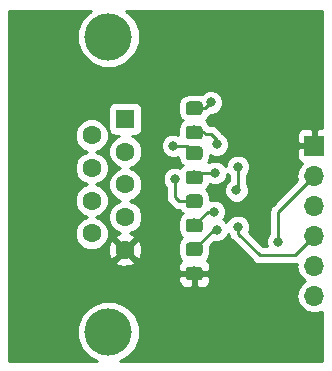
<source format=gbr>
G04 #@! TF.GenerationSoftware,KiCad,Pcbnew,(5.0.2)-1*
G04 #@! TF.CreationDate,2019-09-14T16:49:05-04:00*
G04 #@! TF.ProjectId,RS232_TTL_Male,52533233-325f-4545-944c-5f4d616c652e,rev?*
G04 #@! TF.SameCoordinates,Original*
G04 #@! TF.FileFunction,Copper,L2,Bot*
G04 #@! TF.FilePolarity,Positive*
%FSLAX46Y46*%
G04 Gerber Fmt 4.6, Leading zero omitted, Abs format (unit mm)*
G04 Created by KiCad (PCBNEW (5.0.2)-1) date 9/14/2019 4:49:05 PM*
%MOMM*%
%LPD*%
G01*
G04 APERTURE LIST*
G04 #@! TA.AperFunction,Conductor*
%ADD10C,0.100000*%
G04 #@! TD*
G04 #@! TA.AperFunction,SMDPad,CuDef*
%ADD11C,1.150000*%
G04 #@! TD*
G04 #@! TA.AperFunction,ComponentPad*
%ADD12R,1.700000X1.700000*%
G04 #@! TD*
G04 #@! TA.AperFunction,ComponentPad*
%ADD13O,1.700000X1.700000*%
G04 #@! TD*
G04 #@! TA.AperFunction,ComponentPad*
%ADD14R,1.600000X1.600000*%
G04 #@! TD*
G04 #@! TA.AperFunction,ComponentPad*
%ADD15C,1.600000*%
G04 #@! TD*
G04 #@! TA.AperFunction,ComponentPad*
%ADD16C,4.000000*%
G04 #@! TD*
G04 #@! TA.AperFunction,ViaPad*
%ADD17C,0.800000*%
G04 #@! TD*
G04 #@! TA.AperFunction,Conductor*
%ADD18C,0.250000*%
G04 #@! TD*
G04 #@! TA.AperFunction,Conductor*
%ADD19C,0.254000*%
G04 #@! TD*
G04 APERTURE END LIST*
D10*
G04 #@! TO.N,Net-(C1-Pad1)*
G04 #@! TO.C,C1*
G36*
X16857505Y-12244204D02*
X16881773Y-12247804D01*
X16905572Y-12253765D01*
X16928671Y-12262030D01*
X16950850Y-12272520D01*
X16971893Y-12285132D01*
X16991599Y-12299747D01*
X17009777Y-12316223D01*
X17026253Y-12334401D01*
X17040868Y-12354107D01*
X17053480Y-12375150D01*
X17063970Y-12397329D01*
X17072235Y-12420428D01*
X17078196Y-12444227D01*
X17081796Y-12468495D01*
X17083000Y-12492999D01*
X17083000Y-13143001D01*
X17081796Y-13167505D01*
X17078196Y-13191773D01*
X17072235Y-13215572D01*
X17063970Y-13238671D01*
X17053480Y-13260850D01*
X17040868Y-13281893D01*
X17026253Y-13301599D01*
X17009777Y-13319777D01*
X16991599Y-13336253D01*
X16971893Y-13350868D01*
X16950850Y-13363480D01*
X16928671Y-13373970D01*
X16905572Y-13382235D01*
X16881773Y-13388196D01*
X16857505Y-13391796D01*
X16833001Y-13393000D01*
X15932999Y-13393000D01*
X15908495Y-13391796D01*
X15884227Y-13388196D01*
X15860428Y-13382235D01*
X15837329Y-13373970D01*
X15815150Y-13363480D01*
X15794107Y-13350868D01*
X15774401Y-13336253D01*
X15756223Y-13319777D01*
X15739747Y-13301599D01*
X15725132Y-13281893D01*
X15712520Y-13260850D01*
X15702030Y-13238671D01*
X15693765Y-13215572D01*
X15687804Y-13191773D01*
X15684204Y-13167505D01*
X15683000Y-13143001D01*
X15683000Y-12492999D01*
X15684204Y-12468495D01*
X15687804Y-12444227D01*
X15693765Y-12420428D01*
X15702030Y-12397329D01*
X15712520Y-12375150D01*
X15725132Y-12354107D01*
X15739747Y-12334401D01*
X15756223Y-12316223D01*
X15774401Y-12299747D01*
X15794107Y-12285132D01*
X15815150Y-12272520D01*
X15837329Y-12262030D01*
X15860428Y-12253765D01*
X15884227Y-12247804D01*
X15908495Y-12244204D01*
X15932999Y-12243000D01*
X16833001Y-12243000D01*
X16857505Y-12244204D01*
X16857505Y-12244204D01*
G37*
D11*
G04 #@! TD*
G04 #@! TO.P,C1,1*
G04 #@! TO.N,Net-(C1-Pad1)*
X16383000Y-12818000D03*
D10*
G04 #@! TO.N,Net-(C1-Pad2)*
G04 #@! TO.C,C1*
G36*
X16857505Y-14294204D02*
X16881773Y-14297804D01*
X16905572Y-14303765D01*
X16928671Y-14312030D01*
X16950850Y-14322520D01*
X16971893Y-14335132D01*
X16991599Y-14349747D01*
X17009777Y-14366223D01*
X17026253Y-14384401D01*
X17040868Y-14404107D01*
X17053480Y-14425150D01*
X17063970Y-14447329D01*
X17072235Y-14470428D01*
X17078196Y-14494227D01*
X17081796Y-14518495D01*
X17083000Y-14542999D01*
X17083000Y-15193001D01*
X17081796Y-15217505D01*
X17078196Y-15241773D01*
X17072235Y-15265572D01*
X17063970Y-15288671D01*
X17053480Y-15310850D01*
X17040868Y-15331893D01*
X17026253Y-15351599D01*
X17009777Y-15369777D01*
X16991599Y-15386253D01*
X16971893Y-15400868D01*
X16950850Y-15413480D01*
X16928671Y-15423970D01*
X16905572Y-15432235D01*
X16881773Y-15438196D01*
X16857505Y-15441796D01*
X16833001Y-15443000D01*
X15932999Y-15443000D01*
X15908495Y-15441796D01*
X15884227Y-15438196D01*
X15860428Y-15432235D01*
X15837329Y-15423970D01*
X15815150Y-15413480D01*
X15794107Y-15400868D01*
X15774401Y-15386253D01*
X15756223Y-15369777D01*
X15739747Y-15351599D01*
X15725132Y-15331893D01*
X15712520Y-15310850D01*
X15702030Y-15288671D01*
X15693765Y-15265572D01*
X15687804Y-15241773D01*
X15684204Y-15217505D01*
X15683000Y-15193001D01*
X15683000Y-14542999D01*
X15684204Y-14518495D01*
X15687804Y-14494227D01*
X15693765Y-14470428D01*
X15702030Y-14447329D01*
X15712520Y-14425150D01*
X15725132Y-14404107D01*
X15739747Y-14384401D01*
X15756223Y-14366223D01*
X15774401Y-14349747D01*
X15794107Y-14335132D01*
X15815150Y-14322520D01*
X15837329Y-14312030D01*
X15860428Y-14303765D01*
X15884227Y-14297804D01*
X15908495Y-14294204D01*
X15932999Y-14293000D01*
X16833001Y-14293000D01*
X16857505Y-14294204D01*
X16857505Y-14294204D01*
G37*
D11*
G04 #@! TD*
G04 #@! TO.P,C1,2*
G04 #@! TO.N,Net-(C1-Pad2)*
X16383000Y-14868000D03*
D10*
G04 #@! TO.N,Net-(C2-Pad2)*
G04 #@! TO.C,C2*
G36*
X16857505Y-18358204D02*
X16881773Y-18361804D01*
X16905572Y-18367765D01*
X16928671Y-18376030D01*
X16950850Y-18386520D01*
X16971893Y-18399132D01*
X16991599Y-18413747D01*
X17009777Y-18430223D01*
X17026253Y-18448401D01*
X17040868Y-18468107D01*
X17053480Y-18489150D01*
X17063970Y-18511329D01*
X17072235Y-18534428D01*
X17078196Y-18558227D01*
X17081796Y-18582495D01*
X17083000Y-18606999D01*
X17083000Y-19257001D01*
X17081796Y-19281505D01*
X17078196Y-19305773D01*
X17072235Y-19329572D01*
X17063970Y-19352671D01*
X17053480Y-19374850D01*
X17040868Y-19395893D01*
X17026253Y-19415599D01*
X17009777Y-19433777D01*
X16991599Y-19450253D01*
X16971893Y-19464868D01*
X16950850Y-19477480D01*
X16928671Y-19487970D01*
X16905572Y-19496235D01*
X16881773Y-19502196D01*
X16857505Y-19505796D01*
X16833001Y-19507000D01*
X15932999Y-19507000D01*
X15908495Y-19505796D01*
X15884227Y-19502196D01*
X15860428Y-19496235D01*
X15837329Y-19487970D01*
X15815150Y-19477480D01*
X15794107Y-19464868D01*
X15774401Y-19450253D01*
X15756223Y-19433777D01*
X15739747Y-19415599D01*
X15725132Y-19395893D01*
X15712520Y-19374850D01*
X15702030Y-19352671D01*
X15693765Y-19329572D01*
X15687804Y-19305773D01*
X15684204Y-19281505D01*
X15683000Y-19257001D01*
X15683000Y-18606999D01*
X15684204Y-18582495D01*
X15687804Y-18558227D01*
X15693765Y-18534428D01*
X15702030Y-18511329D01*
X15712520Y-18489150D01*
X15725132Y-18468107D01*
X15739747Y-18448401D01*
X15756223Y-18430223D01*
X15774401Y-18413747D01*
X15794107Y-18399132D01*
X15815150Y-18386520D01*
X15837329Y-18376030D01*
X15860428Y-18367765D01*
X15884227Y-18361804D01*
X15908495Y-18358204D01*
X15932999Y-18357000D01*
X16833001Y-18357000D01*
X16857505Y-18358204D01*
X16857505Y-18358204D01*
G37*
D11*
G04 #@! TD*
G04 #@! TO.P,C2,2*
G04 #@! TO.N,Net-(C2-Pad2)*
X16383000Y-18932000D03*
D10*
G04 #@! TO.N,Net-(C2-Pad1)*
G04 #@! TO.C,C2*
G36*
X16857505Y-16308204D02*
X16881773Y-16311804D01*
X16905572Y-16317765D01*
X16928671Y-16326030D01*
X16950850Y-16336520D01*
X16971893Y-16349132D01*
X16991599Y-16363747D01*
X17009777Y-16380223D01*
X17026253Y-16398401D01*
X17040868Y-16418107D01*
X17053480Y-16439150D01*
X17063970Y-16461329D01*
X17072235Y-16484428D01*
X17078196Y-16508227D01*
X17081796Y-16532495D01*
X17083000Y-16556999D01*
X17083000Y-17207001D01*
X17081796Y-17231505D01*
X17078196Y-17255773D01*
X17072235Y-17279572D01*
X17063970Y-17302671D01*
X17053480Y-17324850D01*
X17040868Y-17345893D01*
X17026253Y-17365599D01*
X17009777Y-17383777D01*
X16991599Y-17400253D01*
X16971893Y-17414868D01*
X16950850Y-17427480D01*
X16928671Y-17437970D01*
X16905572Y-17446235D01*
X16881773Y-17452196D01*
X16857505Y-17455796D01*
X16833001Y-17457000D01*
X15932999Y-17457000D01*
X15908495Y-17455796D01*
X15884227Y-17452196D01*
X15860428Y-17446235D01*
X15837329Y-17437970D01*
X15815150Y-17427480D01*
X15794107Y-17414868D01*
X15774401Y-17400253D01*
X15756223Y-17383777D01*
X15739747Y-17365599D01*
X15725132Y-17345893D01*
X15712520Y-17324850D01*
X15702030Y-17302671D01*
X15693765Y-17279572D01*
X15687804Y-17255773D01*
X15684204Y-17231505D01*
X15683000Y-17207001D01*
X15683000Y-16556999D01*
X15684204Y-16532495D01*
X15687804Y-16508227D01*
X15693765Y-16484428D01*
X15702030Y-16461329D01*
X15712520Y-16439150D01*
X15725132Y-16418107D01*
X15739747Y-16398401D01*
X15756223Y-16380223D01*
X15774401Y-16363747D01*
X15794107Y-16349132D01*
X15815150Y-16336520D01*
X15837329Y-16326030D01*
X15860428Y-16317765D01*
X15884227Y-16311804D01*
X15908495Y-16308204D01*
X15932999Y-16307000D01*
X16833001Y-16307000D01*
X16857505Y-16308204D01*
X16857505Y-16308204D01*
G37*
D11*
G04 #@! TD*
G04 #@! TO.P,C2,1*
G04 #@! TO.N,Net-(C2-Pad1)*
X16383000Y-16882000D03*
D10*
G04 #@! TO.N,/VCC*
G04 #@! TO.C,C3*
G36*
X16857505Y-8434204D02*
X16881773Y-8437804D01*
X16905572Y-8443765D01*
X16928671Y-8452030D01*
X16950850Y-8462520D01*
X16971893Y-8475132D01*
X16991599Y-8489747D01*
X17009777Y-8506223D01*
X17026253Y-8524401D01*
X17040868Y-8544107D01*
X17053480Y-8565150D01*
X17063970Y-8587329D01*
X17072235Y-8610428D01*
X17078196Y-8634227D01*
X17081796Y-8658495D01*
X17083000Y-8682999D01*
X17083000Y-9333001D01*
X17081796Y-9357505D01*
X17078196Y-9381773D01*
X17072235Y-9405572D01*
X17063970Y-9428671D01*
X17053480Y-9450850D01*
X17040868Y-9471893D01*
X17026253Y-9491599D01*
X17009777Y-9509777D01*
X16991599Y-9526253D01*
X16971893Y-9540868D01*
X16950850Y-9553480D01*
X16928671Y-9563970D01*
X16905572Y-9572235D01*
X16881773Y-9578196D01*
X16857505Y-9581796D01*
X16833001Y-9583000D01*
X15932999Y-9583000D01*
X15908495Y-9581796D01*
X15884227Y-9578196D01*
X15860428Y-9572235D01*
X15837329Y-9563970D01*
X15815150Y-9553480D01*
X15794107Y-9540868D01*
X15774401Y-9526253D01*
X15756223Y-9509777D01*
X15739747Y-9491599D01*
X15725132Y-9471893D01*
X15712520Y-9450850D01*
X15702030Y-9428671D01*
X15693765Y-9405572D01*
X15687804Y-9381773D01*
X15684204Y-9357505D01*
X15683000Y-9333001D01*
X15683000Y-8682999D01*
X15684204Y-8658495D01*
X15687804Y-8634227D01*
X15693765Y-8610428D01*
X15702030Y-8587329D01*
X15712520Y-8565150D01*
X15725132Y-8544107D01*
X15739747Y-8524401D01*
X15756223Y-8506223D01*
X15774401Y-8489747D01*
X15794107Y-8475132D01*
X15815150Y-8462520D01*
X15837329Y-8452030D01*
X15860428Y-8443765D01*
X15884227Y-8437804D01*
X15908495Y-8434204D01*
X15932999Y-8433000D01*
X16833001Y-8433000D01*
X16857505Y-8434204D01*
X16857505Y-8434204D01*
G37*
D11*
G04 #@! TD*
G04 #@! TO.P,C3,1*
G04 #@! TO.N,/VCC*
X16383000Y-9008000D03*
D10*
G04 #@! TO.N,Net-(C3-Pad2)*
G04 #@! TO.C,C3*
G36*
X16857505Y-10484204D02*
X16881773Y-10487804D01*
X16905572Y-10493765D01*
X16928671Y-10502030D01*
X16950850Y-10512520D01*
X16971893Y-10525132D01*
X16991599Y-10539747D01*
X17009777Y-10556223D01*
X17026253Y-10574401D01*
X17040868Y-10594107D01*
X17053480Y-10615150D01*
X17063970Y-10637329D01*
X17072235Y-10660428D01*
X17078196Y-10684227D01*
X17081796Y-10708495D01*
X17083000Y-10732999D01*
X17083000Y-11383001D01*
X17081796Y-11407505D01*
X17078196Y-11431773D01*
X17072235Y-11455572D01*
X17063970Y-11478671D01*
X17053480Y-11500850D01*
X17040868Y-11521893D01*
X17026253Y-11541599D01*
X17009777Y-11559777D01*
X16991599Y-11576253D01*
X16971893Y-11590868D01*
X16950850Y-11603480D01*
X16928671Y-11613970D01*
X16905572Y-11622235D01*
X16881773Y-11628196D01*
X16857505Y-11631796D01*
X16833001Y-11633000D01*
X15932999Y-11633000D01*
X15908495Y-11631796D01*
X15884227Y-11628196D01*
X15860428Y-11622235D01*
X15837329Y-11613970D01*
X15815150Y-11603480D01*
X15794107Y-11590868D01*
X15774401Y-11576253D01*
X15756223Y-11559777D01*
X15739747Y-11541599D01*
X15725132Y-11521893D01*
X15712520Y-11500850D01*
X15702030Y-11478671D01*
X15693765Y-11455572D01*
X15687804Y-11431773D01*
X15684204Y-11407505D01*
X15683000Y-11383001D01*
X15683000Y-10732999D01*
X15684204Y-10708495D01*
X15687804Y-10684227D01*
X15693765Y-10660428D01*
X15702030Y-10637329D01*
X15712520Y-10615150D01*
X15725132Y-10594107D01*
X15739747Y-10574401D01*
X15756223Y-10556223D01*
X15774401Y-10539747D01*
X15794107Y-10525132D01*
X15815150Y-10512520D01*
X15837329Y-10502030D01*
X15860428Y-10493765D01*
X15884227Y-10487804D01*
X15908495Y-10484204D01*
X15932999Y-10483000D01*
X16833001Y-10483000D01*
X16857505Y-10484204D01*
X16857505Y-10484204D01*
G37*
D11*
G04 #@! TD*
G04 #@! TO.P,C3,2*
G04 #@! TO.N,Net-(C3-Pad2)*
X16383000Y-11058000D03*
D10*
G04 #@! TO.N,Net-(C4-Pad2)*
G04 #@! TO.C,C4*
G36*
X16857505Y-20372204D02*
X16881773Y-20375804D01*
X16905572Y-20381765D01*
X16928671Y-20390030D01*
X16950850Y-20400520D01*
X16971893Y-20413132D01*
X16991599Y-20427747D01*
X17009777Y-20444223D01*
X17026253Y-20462401D01*
X17040868Y-20482107D01*
X17053480Y-20503150D01*
X17063970Y-20525329D01*
X17072235Y-20548428D01*
X17078196Y-20572227D01*
X17081796Y-20596495D01*
X17083000Y-20620999D01*
X17083000Y-21271001D01*
X17081796Y-21295505D01*
X17078196Y-21319773D01*
X17072235Y-21343572D01*
X17063970Y-21366671D01*
X17053480Y-21388850D01*
X17040868Y-21409893D01*
X17026253Y-21429599D01*
X17009777Y-21447777D01*
X16991599Y-21464253D01*
X16971893Y-21478868D01*
X16950850Y-21491480D01*
X16928671Y-21501970D01*
X16905572Y-21510235D01*
X16881773Y-21516196D01*
X16857505Y-21519796D01*
X16833001Y-21521000D01*
X15932999Y-21521000D01*
X15908495Y-21519796D01*
X15884227Y-21516196D01*
X15860428Y-21510235D01*
X15837329Y-21501970D01*
X15815150Y-21491480D01*
X15794107Y-21478868D01*
X15774401Y-21464253D01*
X15756223Y-21447777D01*
X15739747Y-21429599D01*
X15725132Y-21409893D01*
X15712520Y-21388850D01*
X15702030Y-21366671D01*
X15693765Y-21343572D01*
X15687804Y-21319773D01*
X15684204Y-21295505D01*
X15683000Y-21271001D01*
X15683000Y-20620999D01*
X15684204Y-20596495D01*
X15687804Y-20572227D01*
X15693765Y-20548428D01*
X15702030Y-20525329D01*
X15712520Y-20503150D01*
X15725132Y-20482107D01*
X15739747Y-20462401D01*
X15756223Y-20444223D01*
X15774401Y-20427747D01*
X15794107Y-20413132D01*
X15815150Y-20400520D01*
X15837329Y-20390030D01*
X15860428Y-20381765D01*
X15884227Y-20375804D01*
X15908495Y-20372204D01*
X15932999Y-20371000D01*
X16833001Y-20371000D01*
X16857505Y-20372204D01*
X16857505Y-20372204D01*
G37*
D11*
G04 #@! TD*
G04 #@! TO.P,C4,2*
G04 #@! TO.N,Net-(C4-Pad2)*
X16383000Y-20946000D03*
D10*
G04 #@! TO.N,GND*
G04 #@! TO.C,C4*
G36*
X16857505Y-22422204D02*
X16881773Y-22425804D01*
X16905572Y-22431765D01*
X16928671Y-22440030D01*
X16950850Y-22450520D01*
X16971893Y-22463132D01*
X16991599Y-22477747D01*
X17009777Y-22494223D01*
X17026253Y-22512401D01*
X17040868Y-22532107D01*
X17053480Y-22553150D01*
X17063970Y-22575329D01*
X17072235Y-22598428D01*
X17078196Y-22622227D01*
X17081796Y-22646495D01*
X17083000Y-22670999D01*
X17083000Y-23321001D01*
X17081796Y-23345505D01*
X17078196Y-23369773D01*
X17072235Y-23393572D01*
X17063970Y-23416671D01*
X17053480Y-23438850D01*
X17040868Y-23459893D01*
X17026253Y-23479599D01*
X17009777Y-23497777D01*
X16991599Y-23514253D01*
X16971893Y-23528868D01*
X16950850Y-23541480D01*
X16928671Y-23551970D01*
X16905572Y-23560235D01*
X16881773Y-23566196D01*
X16857505Y-23569796D01*
X16833001Y-23571000D01*
X15932999Y-23571000D01*
X15908495Y-23569796D01*
X15884227Y-23566196D01*
X15860428Y-23560235D01*
X15837329Y-23551970D01*
X15815150Y-23541480D01*
X15794107Y-23528868D01*
X15774401Y-23514253D01*
X15756223Y-23497777D01*
X15739747Y-23479599D01*
X15725132Y-23459893D01*
X15712520Y-23438850D01*
X15702030Y-23416671D01*
X15693765Y-23393572D01*
X15687804Y-23369773D01*
X15684204Y-23345505D01*
X15683000Y-23321001D01*
X15683000Y-22670999D01*
X15684204Y-22646495D01*
X15687804Y-22622227D01*
X15693765Y-22598428D01*
X15702030Y-22575329D01*
X15712520Y-22553150D01*
X15725132Y-22532107D01*
X15739747Y-22512401D01*
X15756223Y-22494223D01*
X15774401Y-22477747D01*
X15794107Y-22463132D01*
X15815150Y-22450520D01*
X15837329Y-22440030D01*
X15860428Y-22431765D01*
X15884227Y-22425804D01*
X15908495Y-22422204D01*
X15932999Y-22421000D01*
X16833001Y-22421000D01*
X16857505Y-22422204D01*
X16857505Y-22422204D01*
G37*
D11*
G04 #@! TD*
G04 #@! TO.P,C4,1*
G04 #@! TO.N,GND*
X16383000Y-22996000D03*
D12*
G04 #@! TO.P,H1,1*
G04 #@! TO.N,GND*
X26543000Y-12192000D03*
D13*
G04 #@! TO.P,H1,2*
G04 #@! TO.N,Net-(H1-Pad2)*
X26543000Y-14732000D03*
G04 #@! TO.P,H1,3*
G04 #@! TO.N,/VCC*
X26543000Y-17272000D03*
G04 #@! TO.P,H1,4*
G04 #@! TO.N,Net-(H1-Pad4)*
X26543000Y-19812000D03*
G04 #@! TO.P,H1,5*
G04 #@! TO.N,Net-(H1-Pad5)*
X26543000Y-22352000D03*
G04 #@! TO.P,H1,6*
G04 #@! TO.N,Net-(H1-Pad6)*
X26543000Y-24892000D03*
G04 #@! TD*
D14*
G04 #@! TO.P,J1,1*
G04 #@! TO.N,N/C*
X10541000Y-9906000D03*
D15*
G04 #@! TO.P,J1,2*
G04 #@! TO.N,Net-(J1-Pad2)*
X10541000Y-12676000D03*
G04 #@! TO.P,J1,3*
G04 #@! TO.N,Net-(J1-Pad3)*
X10541000Y-15446000D03*
G04 #@! TO.P,J1,4*
G04 #@! TO.N,N/C*
X10541000Y-18216000D03*
G04 #@! TO.P,J1,5*
G04 #@! TO.N,GND*
X10541000Y-20986000D03*
G04 #@! TO.P,J1,6*
G04 #@! TO.N,N/C*
X7701000Y-11291000D03*
G04 #@! TO.P,J1,7*
G04 #@! TO.N,Net-(J1-Pad7)*
X7701000Y-14061000D03*
G04 #@! TO.P,J1,8*
G04 #@! TO.N,Net-(J1-Pad8)*
X7701000Y-16831000D03*
G04 #@! TO.P,J1,9*
G04 #@! TO.N,N/C*
X7701000Y-19601000D03*
D16*
G04 #@! TO.P,J1,0*
G04 #@! TO.N,Net-(J1-Pad0)*
X9121000Y-2946000D03*
X9121000Y-27946000D03*
G04 #@! TD*
D17*
G04 #@! TO.N,Net-(C1-Pad1)*
X14605000Y-12192000D03*
G04 #@! TO.N,Net-(C1-Pad2)*
X18161000Y-14478000D03*
G04 #@! TO.N,Net-(C2-Pad2)*
X18034000Y-17780000D03*
G04 #@! TO.N,Net-(C2-Pad1)*
X14732000Y-14986000D03*
G04 #@! TO.N,GND*
X23241000Y-12573000D03*
G04 #@! TO.N,Net-(C3-Pad2)*
X18288000Y-12065000D03*
G04 #@! TO.N,Net-(C4-Pad2)*
X18288000Y-19304000D03*
G04 #@! TO.N,Net-(J1-Pad3)*
X19959955Y-15965000D03*
X20066000Y-13970000D03*
G04 #@! TO.N,/VCC*
X17780000Y-8509000D03*
G04 #@! TO.N,Net-(H1-Pad2)*
X23495000Y-20320000D03*
G04 #@! TO.N,Net-(H1-Pad4)*
X20066000Y-19050000D03*
G04 #@! TD*
D18*
G04 #@! TO.N,Net-(C1-Pad1)*
X15757000Y-12192000D02*
X16383000Y-12818000D01*
X14605000Y-12192000D02*
X15757000Y-12192000D01*
G04 #@! TO.N,Net-(C1-Pad2)*
X16773000Y-14478000D02*
X16383000Y-14868000D01*
X18161000Y-14478000D02*
X16773000Y-14478000D01*
G04 #@! TO.N,Net-(C2-Pad2)*
X17535000Y-17780000D02*
X16383000Y-18932000D01*
X18034000Y-17780000D02*
X17535000Y-17780000D01*
G04 #@! TO.N,Net-(C2-Pad1)*
X14732000Y-14986000D02*
X14732000Y-16510000D01*
X15104000Y-16882000D02*
X16383000Y-16882000D01*
X14732000Y-16510000D02*
X15104000Y-16882000D01*
G04 #@! TO.N,Net-(C3-Pad2)*
X17183000Y-11058000D02*
X17301000Y-11176000D01*
X16383000Y-11058000D02*
X17183000Y-11058000D01*
X17301000Y-11176000D02*
X17780000Y-11176000D01*
X17780000Y-11176000D02*
X18288000Y-11684000D01*
X18288000Y-11684000D02*
X18288000Y-12065000D01*
G04 #@! TO.N,Net-(C4-Pad2)*
X18025000Y-19304000D02*
X18288000Y-19304000D01*
X16383000Y-20946000D02*
X18025000Y-19304000D01*
G04 #@! TO.N,Net-(J1-Pad3)*
X20066000Y-13970000D02*
X20066000Y-15858955D01*
X20066000Y-15858955D02*
X19959955Y-15965000D01*
G04 #@! TO.N,/VCC*
X16383000Y-9008000D02*
X17281000Y-9008000D01*
X17281000Y-9008000D02*
X17780000Y-8509000D01*
G04 #@! TO.N,Net-(H1-Pad2)*
X23495000Y-17780000D02*
X26543000Y-14732000D01*
X23495000Y-20320000D02*
X23495000Y-17780000D01*
G04 #@! TO.N,Net-(H1-Pad4)*
X20066000Y-19615685D02*
X21913315Y-21463000D01*
X20066000Y-19050000D02*
X20066000Y-19615685D01*
X24892000Y-21463000D02*
X26543000Y-19812000D01*
X21913315Y-21463000D02*
X24892000Y-21463000D01*
G04 #@! TD*
D19*
G04 #@! TO.N,GND*
G36*
X6887155Y-1453392D02*
X6486000Y-2421866D01*
X6486000Y-3470134D01*
X6887155Y-4438608D01*
X7628392Y-5179845D01*
X8596866Y-5581000D01*
X9645134Y-5581000D01*
X10613608Y-5179845D01*
X11354845Y-4438608D01*
X11756000Y-3470134D01*
X11756000Y-2421866D01*
X11354845Y-1453392D01*
X10636453Y-735000D01*
X27205000Y-735000D01*
X27205000Y-10707000D01*
X26828750Y-10707000D01*
X26670000Y-10865750D01*
X26670000Y-12065000D01*
X26690000Y-12065000D01*
X26690000Y-12319000D01*
X26670000Y-12319000D01*
X26670000Y-12339000D01*
X26416000Y-12339000D01*
X26416000Y-12319000D01*
X25216750Y-12319000D01*
X25058000Y-12477750D01*
X25058000Y-13168310D01*
X25154673Y-13401699D01*
X25333302Y-13580327D01*
X25494033Y-13646904D01*
X25472375Y-13661375D01*
X25144161Y-14152582D01*
X25028908Y-14732000D01*
X25101791Y-15098408D01*
X23010528Y-17189671D01*
X22947072Y-17232071D01*
X22904672Y-17295527D01*
X22904671Y-17295528D01*
X22779097Y-17483463D01*
X22720112Y-17780000D01*
X22735001Y-17854852D01*
X22735000Y-19616289D01*
X22617569Y-19733720D01*
X22460000Y-20114126D01*
X22460000Y-20525874D01*
X22533368Y-20703000D01*
X22228117Y-20703000D01*
X21007271Y-19482155D01*
X21101000Y-19255874D01*
X21101000Y-18844126D01*
X20943431Y-18463720D01*
X20652280Y-18172569D01*
X20271874Y-18015000D01*
X19860126Y-18015000D01*
X19479720Y-18172569D01*
X19188569Y-18463720D01*
X19107397Y-18659686D01*
X18874280Y-18426569D01*
X18857919Y-18419792D01*
X18911431Y-18366280D01*
X19069000Y-17985874D01*
X19069000Y-17574126D01*
X18911431Y-17193720D01*
X18620280Y-16902569D01*
X18239874Y-16745000D01*
X17828126Y-16745000D01*
X17730440Y-16785463D01*
X17730440Y-16556999D01*
X17662127Y-16213564D01*
X17467586Y-15922414D01*
X17396626Y-15875000D01*
X17467586Y-15827586D01*
X17662127Y-15536436D01*
X17688737Y-15402658D01*
X17955126Y-15513000D01*
X18366874Y-15513000D01*
X18747280Y-15355431D01*
X19038431Y-15064280D01*
X19196000Y-14683874D01*
X19196000Y-14563711D01*
X19306000Y-14673711D01*
X19306001Y-15155243D01*
X19082524Y-15378720D01*
X18924955Y-15759126D01*
X18924955Y-16170874D01*
X19082524Y-16551280D01*
X19373675Y-16842431D01*
X19754081Y-17000000D01*
X20165829Y-17000000D01*
X20546235Y-16842431D01*
X20837386Y-16551280D01*
X20994955Y-16170874D01*
X20994955Y-15759126D01*
X20837386Y-15378720D01*
X20826000Y-15367334D01*
X20826000Y-14673711D01*
X20943431Y-14556280D01*
X21101000Y-14175874D01*
X21101000Y-13764126D01*
X20943431Y-13383720D01*
X20652280Y-13092569D01*
X20271874Y-12935000D01*
X19860126Y-12935000D01*
X19479720Y-13092569D01*
X19188569Y-13383720D01*
X19031000Y-13764126D01*
X19031000Y-13884289D01*
X18747280Y-13600569D01*
X18366874Y-13443000D01*
X17955126Y-13443000D01*
X17590131Y-13594186D01*
X17662127Y-13486436D01*
X17730440Y-13143001D01*
X17730440Y-12954327D01*
X18082126Y-13100000D01*
X18493874Y-13100000D01*
X18874280Y-12942431D01*
X19165431Y-12651280D01*
X19323000Y-12270874D01*
X19323000Y-11859126D01*
X19165431Y-11478720D01*
X18902401Y-11215690D01*
X25058000Y-11215690D01*
X25058000Y-11906250D01*
X25216750Y-12065000D01*
X26416000Y-12065000D01*
X26416000Y-10865750D01*
X26257250Y-10707000D01*
X25566691Y-10707000D01*
X25333302Y-10803673D01*
X25154673Y-10982301D01*
X25058000Y-11215690D01*
X18902401Y-11215690D01*
X18874280Y-11187569D01*
X18868831Y-11185312D01*
X18835929Y-11136071D01*
X18772475Y-11093673D01*
X18370330Y-10691529D01*
X18327929Y-10628071D01*
X18076537Y-10460096D01*
X17854852Y-10416000D01*
X17854847Y-10416000D01*
X17780000Y-10401112D01*
X17705153Y-10416000D01*
X17667385Y-10416000D01*
X17662127Y-10389564D01*
X17467586Y-10098414D01*
X17369687Y-10033000D01*
X17467586Y-9967586D01*
X17662127Y-9676436D01*
X17664204Y-9665995D01*
X17828929Y-9555929D01*
X17836900Y-9544000D01*
X17985874Y-9544000D01*
X18366280Y-9386431D01*
X18657431Y-9095280D01*
X18815000Y-8714874D01*
X18815000Y-8303126D01*
X18657431Y-7922720D01*
X18366280Y-7631569D01*
X17985874Y-7474000D01*
X17574126Y-7474000D01*
X17193720Y-7631569D01*
X17005431Y-7819858D01*
X16833001Y-7785560D01*
X15932999Y-7785560D01*
X15589564Y-7853873D01*
X15298414Y-8048414D01*
X15103873Y-8339564D01*
X15035560Y-8682999D01*
X15035560Y-9333001D01*
X15103873Y-9676436D01*
X15298414Y-9967586D01*
X15396313Y-10033000D01*
X15298414Y-10098414D01*
X15103873Y-10389564D01*
X15035560Y-10732999D01*
X15035560Y-11250068D01*
X14810874Y-11157000D01*
X14399126Y-11157000D01*
X14018720Y-11314569D01*
X13727569Y-11605720D01*
X13570000Y-11986126D01*
X13570000Y-12397874D01*
X13727569Y-12778280D01*
X14018720Y-13069431D01*
X14399126Y-13227000D01*
X14810874Y-13227000D01*
X15035560Y-13133932D01*
X15035560Y-13143001D01*
X15103873Y-13486436D01*
X15298414Y-13777586D01*
X15396313Y-13843000D01*
X15298414Y-13908414D01*
X15197972Y-14058736D01*
X14937874Y-13951000D01*
X14526126Y-13951000D01*
X14145720Y-14108569D01*
X13854569Y-14399720D01*
X13697000Y-14780126D01*
X13697000Y-15191874D01*
X13854569Y-15572280D01*
X13972000Y-15689711D01*
X13972001Y-16435149D01*
X13957112Y-16510000D01*
X13972001Y-16584852D01*
X14011017Y-16781000D01*
X14016097Y-16806537D01*
X14080264Y-16902569D01*
X14184072Y-17057929D01*
X14247527Y-17100329D01*
X14513671Y-17366472D01*
X14556071Y-17429929D01*
X14807463Y-17597904D01*
X15029148Y-17642000D01*
X15029152Y-17642000D01*
X15103999Y-17656888D01*
X15166672Y-17644421D01*
X15298414Y-17841586D01*
X15396313Y-17907000D01*
X15298414Y-17972414D01*
X15103873Y-18263564D01*
X15035560Y-18606999D01*
X15035560Y-19257001D01*
X15103873Y-19600436D01*
X15298414Y-19891586D01*
X15369374Y-19939000D01*
X15298414Y-19986414D01*
X15103873Y-20277564D01*
X15035560Y-20620999D01*
X15035560Y-21271001D01*
X15103873Y-21614436D01*
X15298414Y-21905586D01*
X15299597Y-21906377D01*
X15144673Y-22061302D01*
X15048000Y-22294691D01*
X15048000Y-22710250D01*
X15206750Y-22869000D01*
X16256000Y-22869000D01*
X16256000Y-22849000D01*
X16510000Y-22849000D01*
X16510000Y-22869000D01*
X17559250Y-22869000D01*
X17718000Y-22710250D01*
X17718000Y-22294691D01*
X17621327Y-22061302D01*
X17466403Y-21906377D01*
X17467586Y-21905586D01*
X17662127Y-21614436D01*
X17730440Y-21271001D01*
X17730440Y-20673361D01*
X18069876Y-20333926D01*
X18082126Y-20339000D01*
X18493874Y-20339000D01*
X18874280Y-20181431D01*
X19165431Y-19890280D01*
X19246603Y-19694314D01*
X19321686Y-19769397D01*
X19350096Y-19912222D01*
X19518072Y-20163614D01*
X19581528Y-20206014D01*
X21322986Y-21947473D01*
X21365386Y-22010929D01*
X21616778Y-22178904D01*
X21838463Y-22223000D01*
X21838468Y-22223000D01*
X21913315Y-22237888D01*
X21988162Y-22223000D01*
X24817153Y-22223000D01*
X24892000Y-22237888D01*
X24966847Y-22223000D01*
X24966852Y-22223000D01*
X25058181Y-22204833D01*
X25028908Y-22352000D01*
X25144161Y-22931418D01*
X25472375Y-23422625D01*
X25770761Y-23622000D01*
X25472375Y-23821375D01*
X25144161Y-24312582D01*
X25028908Y-24892000D01*
X25144161Y-25471418D01*
X25472375Y-25962625D01*
X25963582Y-26290839D01*
X26396744Y-26377000D01*
X26689256Y-26377000D01*
X27122418Y-26290839D01*
X27205001Y-26235659D01*
X27205001Y-30380000D01*
X10130391Y-30380000D01*
X10613608Y-30179845D01*
X11354845Y-29438608D01*
X11756000Y-28470134D01*
X11756000Y-27421866D01*
X11354845Y-26453392D01*
X10613608Y-25712155D01*
X9645134Y-25311000D01*
X8596866Y-25311000D01*
X7628392Y-25712155D01*
X6887155Y-26453392D01*
X6486000Y-27421866D01*
X6486000Y-28470134D01*
X6887155Y-29438608D01*
X7628392Y-30179845D01*
X8111609Y-30380000D01*
X735000Y-30380000D01*
X735000Y-23281750D01*
X15048000Y-23281750D01*
X15048000Y-23697309D01*
X15144673Y-23930698D01*
X15323301Y-24109327D01*
X15556690Y-24206000D01*
X16097250Y-24206000D01*
X16256000Y-24047250D01*
X16256000Y-23123000D01*
X16510000Y-23123000D01*
X16510000Y-24047250D01*
X16668750Y-24206000D01*
X17209310Y-24206000D01*
X17442699Y-24109327D01*
X17621327Y-23930698D01*
X17718000Y-23697309D01*
X17718000Y-23281750D01*
X17559250Y-23123000D01*
X16510000Y-23123000D01*
X16256000Y-23123000D01*
X15206750Y-23123000D01*
X15048000Y-23281750D01*
X735000Y-23281750D01*
X735000Y-21993745D01*
X9712861Y-21993745D01*
X9786995Y-22239864D01*
X10324223Y-22432965D01*
X10894454Y-22405778D01*
X11295005Y-22239864D01*
X11369139Y-21993745D01*
X10541000Y-21165605D01*
X9712861Y-21993745D01*
X735000Y-21993745D01*
X735000Y-11005561D01*
X6266000Y-11005561D01*
X6266000Y-11576439D01*
X6484466Y-12103862D01*
X6888138Y-12507534D01*
X7294850Y-12676000D01*
X6888138Y-12844466D01*
X6484466Y-13248138D01*
X6266000Y-13775561D01*
X6266000Y-14346439D01*
X6484466Y-14873862D01*
X6888138Y-15277534D01*
X7294850Y-15446000D01*
X6888138Y-15614466D01*
X6484466Y-16018138D01*
X6266000Y-16545561D01*
X6266000Y-17116439D01*
X6484466Y-17643862D01*
X6888138Y-18047534D01*
X7294850Y-18216000D01*
X6888138Y-18384466D01*
X6484466Y-18788138D01*
X6266000Y-19315561D01*
X6266000Y-19886439D01*
X6484466Y-20413862D01*
X6888138Y-20817534D01*
X7415561Y-21036000D01*
X7986439Y-21036000D01*
X8513862Y-20817534D01*
X8562173Y-20769223D01*
X9094035Y-20769223D01*
X9121222Y-21339454D01*
X9287136Y-21740005D01*
X9533255Y-21814139D01*
X10361395Y-20986000D01*
X10720605Y-20986000D01*
X11548745Y-21814139D01*
X11794864Y-21740005D01*
X11987965Y-21202777D01*
X11960778Y-20632546D01*
X11794864Y-20231995D01*
X11548745Y-20157861D01*
X10720605Y-20986000D01*
X10361395Y-20986000D01*
X9533255Y-20157861D01*
X9287136Y-20231995D01*
X9094035Y-20769223D01*
X8562173Y-20769223D01*
X8917534Y-20413862D01*
X9136000Y-19886439D01*
X9136000Y-19315561D01*
X8917534Y-18788138D01*
X8513862Y-18384466D01*
X8107150Y-18216000D01*
X8513862Y-18047534D01*
X8917534Y-17643862D01*
X9136000Y-17116439D01*
X9136000Y-16545561D01*
X8917534Y-16018138D01*
X8513862Y-15614466D01*
X8107150Y-15446000D01*
X8513862Y-15277534D01*
X8917534Y-14873862D01*
X9136000Y-14346439D01*
X9136000Y-13775561D01*
X8917534Y-13248138D01*
X8513862Y-12844466D01*
X8107150Y-12676000D01*
X8513862Y-12507534D01*
X8917534Y-12103862D01*
X9136000Y-11576439D01*
X9136000Y-11005561D01*
X8917534Y-10478138D01*
X8513862Y-10074466D01*
X7986439Y-9856000D01*
X7415561Y-9856000D01*
X6888138Y-10074466D01*
X6484466Y-10478138D01*
X6266000Y-11005561D01*
X735000Y-11005561D01*
X735000Y-9106000D01*
X9093560Y-9106000D01*
X9093560Y-10706000D01*
X9142843Y-10953765D01*
X9283191Y-11163809D01*
X9493235Y-11304157D01*
X9741000Y-11353440D01*
X9984107Y-11353440D01*
X9728138Y-11459466D01*
X9324466Y-11863138D01*
X9106000Y-12390561D01*
X9106000Y-12961439D01*
X9324466Y-13488862D01*
X9728138Y-13892534D01*
X10134850Y-14061000D01*
X9728138Y-14229466D01*
X9324466Y-14633138D01*
X9106000Y-15160561D01*
X9106000Y-15731439D01*
X9324466Y-16258862D01*
X9728138Y-16662534D01*
X10134850Y-16831000D01*
X9728138Y-16999466D01*
X9324466Y-17403138D01*
X9106000Y-17930561D01*
X9106000Y-18501439D01*
X9324466Y-19028862D01*
X9728138Y-19432534D01*
X10119218Y-19594525D01*
X9786995Y-19732136D01*
X9712861Y-19978255D01*
X10541000Y-20806395D01*
X11369139Y-19978255D01*
X11295005Y-19732136D01*
X10939261Y-19604268D01*
X11353862Y-19432534D01*
X11757534Y-19028862D01*
X11976000Y-18501439D01*
X11976000Y-17930561D01*
X11757534Y-17403138D01*
X11353862Y-16999466D01*
X10947150Y-16831000D01*
X11353862Y-16662534D01*
X11757534Y-16258862D01*
X11976000Y-15731439D01*
X11976000Y-15160561D01*
X11757534Y-14633138D01*
X11353862Y-14229466D01*
X10947150Y-14061000D01*
X11353862Y-13892534D01*
X11757534Y-13488862D01*
X11976000Y-12961439D01*
X11976000Y-12390561D01*
X11757534Y-11863138D01*
X11353862Y-11459466D01*
X11097893Y-11353440D01*
X11341000Y-11353440D01*
X11588765Y-11304157D01*
X11798809Y-11163809D01*
X11939157Y-10953765D01*
X11988440Y-10706000D01*
X11988440Y-9106000D01*
X11939157Y-8858235D01*
X11798809Y-8648191D01*
X11588765Y-8507843D01*
X11341000Y-8458560D01*
X9741000Y-8458560D01*
X9493235Y-8507843D01*
X9283191Y-8648191D01*
X9142843Y-8858235D01*
X9093560Y-9106000D01*
X735000Y-9106000D01*
X735000Y-735000D01*
X7605547Y-735000D01*
X6887155Y-1453392D01*
X6887155Y-1453392D01*
G37*
X6887155Y-1453392D02*
X6486000Y-2421866D01*
X6486000Y-3470134D01*
X6887155Y-4438608D01*
X7628392Y-5179845D01*
X8596866Y-5581000D01*
X9645134Y-5581000D01*
X10613608Y-5179845D01*
X11354845Y-4438608D01*
X11756000Y-3470134D01*
X11756000Y-2421866D01*
X11354845Y-1453392D01*
X10636453Y-735000D01*
X27205000Y-735000D01*
X27205000Y-10707000D01*
X26828750Y-10707000D01*
X26670000Y-10865750D01*
X26670000Y-12065000D01*
X26690000Y-12065000D01*
X26690000Y-12319000D01*
X26670000Y-12319000D01*
X26670000Y-12339000D01*
X26416000Y-12339000D01*
X26416000Y-12319000D01*
X25216750Y-12319000D01*
X25058000Y-12477750D01*
X25058000Y-13168310D01*
X25154673Y-13401699D01*
X25333302Y-13580327D01*
X25494033Y-13646904D01*
X25472375Y-13661375D01*
X25144161Y-14152582D01*
X25028908Y-14732000D01*
X25101791Y-15098408D01*
X23010528Y-17189671D01*
X22947072Y-17232071D01*
X22904672Y-17295527D01*
X22904671Y-17295528D01*
X22779097Y-17483463D01*
X22720112Y-17780000D01*
X22735001Y-17854852D01*
X22735000Y-19616289D01*
X22617569Y-19733720D01*
X22460000Y-20114126D01*
X22460000Y-20525874D01*
X22533368Y-20703000D01*
X22228117Y-20703000D01*
X21007271Y-19482155D01*
X21101000Y-19255874D01*
X21101000Y-18844126D01*
X20943431Y-18463720D01*
X20652280Y-18172569D01*
X20271874Y-18015000D01*
X19860126Y-18015000D01*
X19479720Y-18172569D01*
X19188569Y-18463720D01*
X19107397Y-18659686D01*
X18874280Y-18426569D01*
X18857919Y-18419792D01*
X18911431Y-18366280D01*
X19069000Y-17985874D01*
X19069000Y-17574126D01*
X18911431Y-17193720D01*
X18620280Y-16902569D01*
X18239874Y-16745000D01*
X17828126Y-16745000D01*
X17730440Y-16785463D01*
X17730440Y-16556999D01*
X17662127Y-16213564D01*
X17467586Y-15922414D01*
X17396626Y-15875000D01*
X17467586Y-15827586D01*
X17662127Y-15536436D01*
X17688737Y-15402658D01*
X17955126Y-15513000D01*
X18366874Y-15513000D01*
X18747280Y-15355431D01*
X19038431Y-15064280D01*
X19196000Y-14683874D01*
X19196000Y-14563711D01*
X19306000Y-14673711D01*
X19306001Y-15155243D01*
X19082524Y-15378720D01*
X18924955Y-15759126D01*
X18924955Y-16170874D01*
X19082524Y-16551280D01*
X19373675Y-16842431D01*
X19754081Y-17000000D01*
X20165829Y-17000000D01*
X20546235Y-16842431D01*
X20837386Y-16551280D01*
X20994955Y-16170874D01*
X20994955Y-15759126D01*
X20837386Y-15378720D01*
X20826000Y-15367334D01*
X20826000Y-14673711D01*
X20943431Y-14556280D01*
X21101000Y-14175874D01*
X21101000Y-13764126D01*
X20943431Y-13383720D01*
X20652280Y-13092569D01*
X20271874Y-12935000D01*
X19860126Y-12935000D01*
X19479720Y-13092569D01*
X19188569Y-13383720D01*
X19031000Y-13764126D01*
X19031000Y-13884289D01*
X18747280Y-13600569D01*
X18366874Y-13443000D01*
X17955126Y-13443000D01*
X17590131Y-13594186D01*
X17662127Y-13486436D01*
X17730440Y-13143001D01*
X17730440Y-12954327D01*
X18082126Y-13100000D01*
X18493874Y-13100000D01*
X18874280Y-12942431D01*
X19165431Y-12651280D01*
X19323000Y-12270874D01*
X19323000Y-11859126D01*
X19165431Y-11478720D01*
X18902401Y-11215690D01*
X25058000Y-11215690D01*
X25058000Y-11906250D01*
X25216750Y-12065000D01*
X26416000Y-12065000D01*
X26416000Y-10865750D01*
X26257250Y-10707000D01*
X25566691Y-10707000D01*
X25333302Y-10803673D01*
X25154673Y-10982301D01*
X25058000Y-11215690D01*
X18902401Y-11215690D01*
X18874280Y-11187569D01*
X18868831Y-11185312D01*
X18835929Y-11136071D01*
X18772475Y-11093673D01*
X18370330Y-10691529D01*
X18327929Y-10628071D01*
X18076537Y-10460096D01*
X17854852Y-10416000D01*
X17854847Y-10416000D01*
X17780000Y-10401112D01*
X17705153Y-10416000D01*
X17667385Y-10416000D01*
X17662127Y-10389564D01*
X17467586Y-10098414D01*
X17369687Y-10033000D01*
X17467586Y-9967586D01*
X17662127Y-9676436D01*
X17664204Y-9665995D01*
X17828929Y-9555929D01*
X17836900Y-9544000D01*
X17985874Y-9544000D01*
X18366280Y-9386431D01*
X18657431Y-9095280D01*
X18815000Y-8714874D01*
X18815000Y-8303126D01*
X18657431Y-7922720D01*
X18366280Y-7631569D01*
X17985874Y-7474000D01*
X17574126Y-7474000D01*
X17193720Y-7631569D01*
X17005431Y-7819858D01*
X16833001Y-7785560D01*
X15932999Y-7785560D01*
X15589564Y-7853873D01*
X15298414Y-8048414D01*
X15103873Y-8339564D01*
X15035560Y-8682999D01*
X15035560Y-9333001D01*
X15103873Y-9676436D01*
X15298414Y-9967586D01*
X15396313Y-10033000D01*
X15298414Y-10098414D01*
X15103873Y-10389564D01*
X15035560Y-10732999D01*
X15035560Y-11250068D01*
X14810874Y-11157000D01*
X14399126Y-11157000D01*
X14018720Y-11314569D01*
X13727569Y-11605720D01*
X13570000Y-11986126D01*
X13570000Y-12397874D01*
X13727569Y-12778280D01*
X14018720Y-13069431D01*
X14399126Y-13227000D01*
X14810874Y-13227000D01*
X15035560Y-13133932D01*
X15035560Y-13143001D01*
X15103873Y-13486436D01*
X15298414Y-13777586D01*
X15396313Y-13843000D01*
X15298414Y-13908414D01*
X15197972Y-14058736D01*
X14937874Y-13951000D01*
X14526126Y-13951000D01*
X14145720Y-14108569D01*
X13854569Y-14399720D01*
X13697000Y-14780126D01*
X13697000Y-15191874D01*
X13854569Y-15572280D01*
X13972000Y-15689711D01*
X13972001Y-16435149D01*
X13957112Y-16510000D01*
X13972001Y-16584852D01*
X14011017Y-16781000D01*
X14016097Y-16806537D01*
X14080264Y-16902569D01*
X14184072Y-17057929D01*
X14247527Y-17100329D01*
X14513671Y-17366472D01*
X14556071Y-17429929D01*
X14807463Y-17597904D01*
X15029148Y-17642000D01*
X15029152Y-17642000D01*
X15103999Y-17656888D01*
X15166672Y-17644421D01*
X15298414Y-17841586D01*
X15396313Y-17907000D01*
X15298414Y-17972414D01*
X15103873Y-18263564D01*
X15035560Y-18606999D01*
X15035560Y-19257001D01*
X15103873Y-19600436D01*
X15298414Y-19891586D01*
X15369374Y-19939000D01*
X15298414Y-19986414D01*
X15103873Y-20277564D01*
X15035560Y-20620999D01*
X15035560Y-21271001D01*
X15103873Y-21614436D01*
X15298414Y-21905586D01*
X15299597Y-21906377D01*
X15144673Y-22061302D01*
X15048000Y-22294691D01*
X15048000Y-22710250D01*
X15206750Y-22869000D01*
X16256000Y-22869000D01*
X16256000Y-22849000D01*
X16510000Y-22849000D01*
X16510000Y-22869000D01*
X17559250Y-22869000D01*
X17718000Y-22710250D01*
X17718000Y-22294691D01*
X17621327Y-22061302D01*
X17466403Y-21906377D01*
X17467586Y-21905586D01*
X17662127Y-21614436D01*
X17730440Y-21271001D01*
X17730440Y-20673361D01*
X18069876Y-20333926D01*
X18082126Y-20339000D01*
X18493874Y-20339000D01*
X18874280Y-20181431D01*
X19165431Y-19890280D01*
X19246603Y-19694314D01*
X19321686Y-19769397D01*
X19350096Y-19912222D01*
X19518072Y-20163614D01*
X19581528Y-20206014D01*
X21322986Y-21947473D01*
X21365386Y-22010929D01*
X21616778Y-22178904D01*
X21838463Y-22223000D01*
X21838468Y-22223000D01*
X21913315Y-22237888D01*
X21988162Y-22223000D01*
X24817153Y-22223000D01*
X24892000Y-22237888D01*
X24966847Y-22223000D01*
X24966852Y-22223000D01*
X25058181Y-22204833D01*
X25028908Y-22352000D01*
X25144161Y-22931418D01*
X25472375Y-23422625D01*
X25770761Y-23622000D01*
X25472375Y-23821375D01*
X25144161Y-24312582D01*
X25028908Y-24892000D01*
X25144161Y-25471418D01*
X25472375Y-25962625D01*
X25963582Y-26290839D01*
X26396744Y-26377000D01*
X26689256Y-26377000D01*
X27122418Y-26290839D01*
X27205001Y-26235659D01*
X27205001Y-30380000D01*
X10130391Y-30380000D01*
X10613608Y-30179845D01*
X11354845Y-29438608D01*
X11756000Y-28470134D01*
X11756000Y-27421866D01*
X11354845Y-26453392D01*
X10613608Y-25712155D01*
X9645134Y-25311000D01*
X8596866Y-25311000D01*
X7628392Y-25712155D01*
X6887155Y-26453392D01*
X6486000Y-27421866D01*
X6486000Y-28470134D01*
X6887155Y-29438608D01*
X7628392Y-30179845D01*
X8111609Y-30380000D01*
X735000Y-30380000D01*
X735000Y-23281750D01*
X15048000Y-23281750D01*
X15048000Y-23697309D01*
X15144673Y-23930698D01*
X15323301Y-24109327D01*
X15556690Y-24206000D01*
X16097250Y-24206000D01*
X16256000Y-24047250D01*
X16256000Y-23123000D01*
X16510000Y-23123000D01*
X16510000Y-24047250D01*
X16668750Y-24206000D01*
X17209310Y-24206000D01*
X17442699Y-24109327D01*
X17621327Y-23930698D01*
X17718000Y-23697309D01*
X17718000Y-23281750D01*
X17559250Y-23123000D01*
X16510000Y-23123000D01*
X16256000Y-23123000D01*
X15206750Y-23123000D01*
X15048000Y-23281750D01*
X735000Y-23281750D01*
X735000Y-21993745D01*
X9712861Y-21993745D01*
X9786995Y-22239864D01*
X10324223Y-22432965D01*
X10894454Y-22405778D01*
X11295005Y-22239864D01*
X11369139Y-21993745D01*
X10541000Y-21165605D01*
X9712861Y-21993745D01*
X735000Y-21993745D01*
X735000Y-11005561D01*
X6266000Y-11005561D01*
X6266000Y-11576439D01*
X6484466Y-12103862D01*
X6888138Y-12507534D01*
X7294850Y-12676000D01*
X6888138Y-12844466D01*
X6484466Y-13248138D01*
X6266000Y-13775561D01*
X6266000Y-14346439D01*
X6484466Y-14873862D01*
X6888138Y-15277534D01*
X7294850Y-15446000D01*
X6888138Y-15614466D01*
X6484466Y-16018138D01*
X6266000Y-16545561D01*
X6266000Y-17116439D01*
X6484466Y-17643862D01*
X6888138Y-18047534D01*
X7294850Y-18216000D01*
X6888138Y-18384466D01*
X6484466Y-18788138D01*
X6266000Y-19315561D01*
X6266000Y-19886439D01*
X6484466Y-20413862D01*
X6888138Y-20817534D01*
X7415561Y-21036000D01*
X7986439Y-21036000D01*
X8513862Y-20817534D01*
X8562173Y-20769223D01*
X9094035Y-20769223D01*
X9121222Y-21339454D01*
X9287136Y-21740005D01*
X9533255Y-21814139D01*
X10361395Y-20986000D01*
X10720605Y-20986000D01*
X11548745Y-21814139D01*
X11794864Y-21740005D01*
X11987965Y-21202777D01*
X11960778Y-20632546D01*
X11794864Y-20231995D01*
X11548745Y-20157861D01*
X10720605Y-20986000D01*
X10361395Y-20986000D01*
X9533255Y-20157861D01*
X9287136Y-20231995D01*
X9094035Y-20769223D01*
X8562173Y-20769223D01*
X8917534Y-20413862D01*
X9136000Y-19886439D01*
X9136000Y-19315561D01*
X8917534Y-18788138D01*
X8513862Y-18384466D01*
X8107150Y-18216000D01*
X8513862Y-18047534D01*
X8917534Y-17643862D01*
X9136000Y-17116439D01*
X9136000Y-16545561D01*
X8917534Y-16018138D01*
X8513862Y-15614466D01*
X8107150Y-15446000D01*
X8513862Y-15277534D01*
X8917534Y-14873862D01*
X9136000Y-14346439D01*
X9136000Y-13775561D01*
X8917534Y-13248138D01*
X8513862Y-12844466D01*
X8107150Y-12676000D01*
X8513862Y-12507534D01*
X8917534Y-12103862D01*
X9136000Y-11576439D01*
X9136000Y-11005561D01*
X8917534Y-10478138D01*
X8513862Y-10074466D01*
X7986439Y-9856000D01*
X7415561Y-9856000D01*
X6888138Y-10074466D01*
X6484466Y-10478138D01*
X6266000Y-11005561D01*
X735000Y-11005561D01*
X735000Y-9106000D01*
X9093560Y-9106000D01*
X9093560Y-10706000D01*
X9142843Y-10953765D01*
X9283191Y-11163809D01*
X9493235Y-11304157D01*
X9741000Y-11353440D01*
X9984107Y-11353440D01*
X9728138Y-11459466D01*
X9324466Y-11863138D01*
X9106000Y-12390561D01*
X9106000Y-12961439D01*
X9324466Y-13488862D01*
X9728138Y-13892534D01*
X10134850Y-14061000D01*
X9728138Y-14229466D01*
X9324466Y-14633138D01*
X9106000Y-15160561D01*
X9106000Y-15731439D01*
X9324466Y-16258862D01*
X9728138Y-16662534D01*
X10134850Y-16831000D01*
X9728138Y-16999466D01*
X9324466Y-17403138D01*
X9106000Y-17930561D01*
X9106000Y-18501439D01*
X9324466Y-19028862D01*
X9728138Y-19432534D01*
X10119218Y-19594525D01*
X9786995Y-19732136D01*
X9712861Y-19978255D01*
X10541000Y-20806395D01*
X11369139Y-19978255D01*
X11295005Y-19732136D01*
X10939261Y-19604268D01*
X11353862Y-19432534D01*
X11757534Y-19028862D01*
X11976000Y-18501439D01*
X11976000Y-17930561D01*
X11757534Y-17403138D01*
X11353862Y-16999466D01*
X10947150Y-16831000D01*
X11353862Y-16662534D01*
X11757534Y-16258862D01*
X11976000Y-15731439D01*
X11976000Y-15160561D01*
X11757534Y-14633138D01*
X11353862Y-14229466D01*
X10947150Y-14061000D01*
X11353862Y-13892534D01*
X11757534Y-13488862D01*
X11976000Y-12961439D01*
X11976000Y-12390561D01*
X11757534Y-11863138D01*
X11353862Y-11459466D01*
X11097893Y-11353440D01*
X11341000Y-11353440D01*
X11588765Y-11304157D01*
X11798809Y-11163809D01*
X11939157Y-10953765D01*
X11988440Y-10706000D01*
X11988440Y-9106000D01*
X11939157Y-8858235D01*
X11798809Y-8648191D01*
X11588765Y-8507843D01*
X11341000Y-8458560D01*
X9741000Y-8458560D01*
X9493235Y-8507843D01*
X9283191Y-8648191D01*
X9142843Y-8858235D01*
X9093560Y-9106000D01*
X735000Y-9106000D01*
X735000Y-735000D01*
X7605547Y-735000D01*
X6887155Y-1453392D01*
G04 #@! TD*
M02*

</source>
